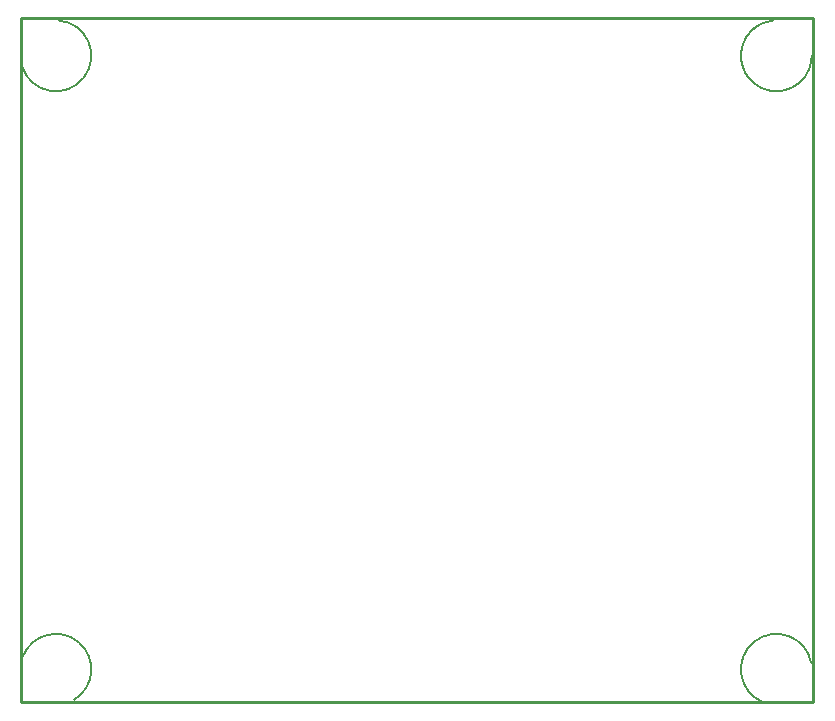
<source format=gko>
G04*
G04 #@! TF.GenerationSoftware,Altium Limited,Altium Designer,18.1.9 (240)*
G04*
G04 Layer_Color=16711935*
%FSLAX25Y25*%
%MOIN*%
G70*
G01*
G75*
%ADD12C,0.00500*%
%ADD13C,0.01000*%
D12*
X17509Y832D02*
G03*
X534Y15386I-6009J10168D01*
G01*
X295Y211765D02*
G03*
X12372Y227279I11205J3735D01*
G01*
X250648Y227268D02*
G03*
X263469Y215500I1009J-11768D01*
G01*
X263291Y13039D02*
G03*
X247309Y18I-11634J-2039D01*
G01*
X245649Y225668D02*
G03*
X262624Y211114I6009J-10168D01*
G01*
D13*
X0Y228000D02*
X80500Y228000D01*
X0Y0D02*
X264000D01*
Y228000D01*
X79000D02*
X264000D01*
X0Y0D02*
Y228000D01*
M02*

</source>
